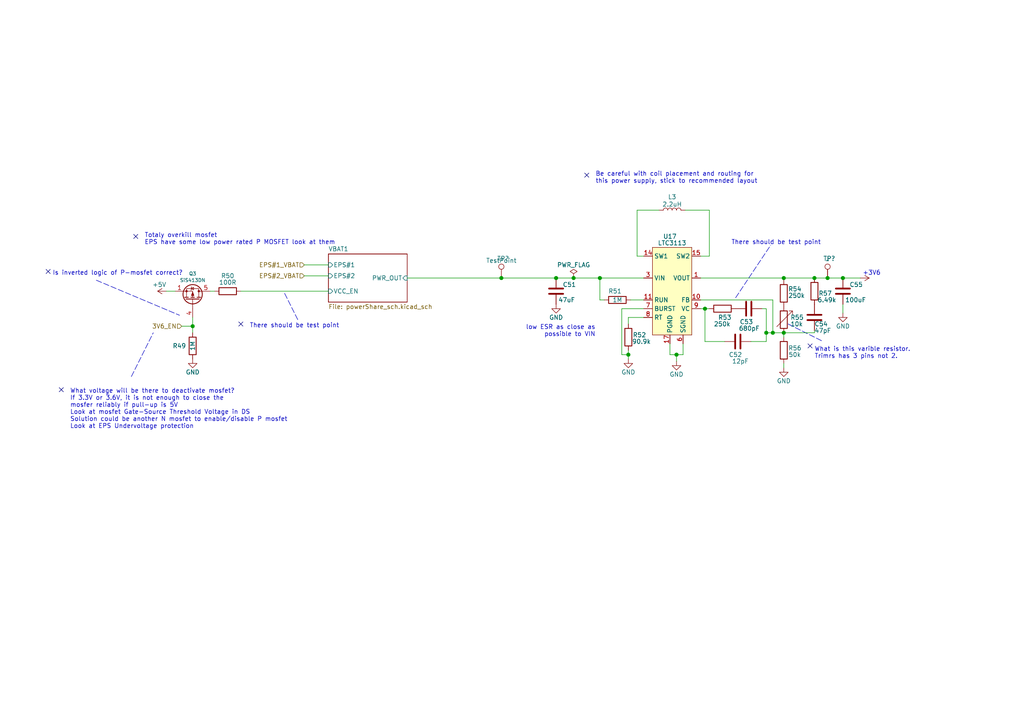
<source format=kicad_sch>
(kicad_sch (version 20211123) (generator eeschema)
  (paper "A4")
  (lib_symbols
    (symbol "Connector:TestPoint" (pin_numbers hide) (pin_names (offset 0.762) hide)
      (property "Reference" "TP" (at 0 6.858 0))
      (property "Value" "TestPoint" (at 0 5.08 0))
      (symbol "TestPoint_0_1"
        (circle (center 0 3.302) (radius 0.762))
      )
      (symbol "TestPoint_1_1"
        (pin passive line (at 0 0 90) (length 2.54) (name "1") (number "1"))
      )
    )
    (symbol "Device:C" (pin_numbers hide) (pin_names (offset 0.254))
      (property "Reference" "C" (at 0.635 2.54 0))
      (property "Value" "C" (at 0.635 -2.54 0))
      (symbol "C_0_1"
        (polyline (pts (xy -2.032 -0.762) (xy 2.032 -0.762)) (stroke (width 0.508)))
        (polyline (pts (xy -2.032 0.762) (xy 2.032 0.762)) (stroke (width 0.508)))
      )
      (symbol "C_1_1"
        (pin passive line (at 0 3.81 270) (length 2.794) (name "~") (number "1"))
        (pin passive line (at 0 -3.81 90) (length 2.794) (name "~") (number "2"))
      )
    )
    (symbol "Device:L" (pin_numbers hide) (pin_names (offset 1.016) hide)
      (property "Reference" "L" (at -1.27 0 90))
      (property "Value" "L" (at 1.905 0 90))
      (symbol "L_0_1"
        (arc (start 0 -2.54) (mid 0.635 -1.905) (end 0 -1.27))
        (arc (start 0 -1.27) (mid 0.635 -0.635) (end 0 0))
        (arc (start 0 0) (mid 0.635 0.635) (end 0 1.27))
        (arc (start 0 1.27) (mid 0.635 1.905) (end 0 2.54))
      )
      (symbol "L_1_1"
        (pin passive line (at 0 3.81 270) (length 1.27) (name "1") (number "1"))
        (pin passive line (at 0 -3.81 90) (length 1.27) (name "2") (number "2"))
      )
    )
    (symbol "Device:R" (pin_numbers hide) (pin_names (offset 0))
      (property "Reference" "R" (at 2.032 0 90))
      (property "Value" "R" (at 0 0 90))
      (symbol "R_0_1"
        (rectangle (start -1.016 -2.54) (end 1.016 2.54) (stroke (width 0.254)))
      )
      (symbol "R_1_1"
        (pin passive line (at 0 3.81 270) (length 1.27) (name "~") (number "1"))
        (pin passive line (at 0 -3.81 90) (length 1.27) (name "~") (number "2"))
      )
    )
    (symbol "Device:R_Variable" (pin_numbers hide) (pin_names (offset 0))
      (property "Reference" "R" (at 2.54 -2.54 90))
      (property "Value" "R_Variable" (at -2.54 -1.27 90))
      (symbol "R_Variable_0_1"
        (rectangle (start -1.016 -2.54) (end 1.016 2.54) (stroke (width 0.254)))
        (polyline (pts (xy 2.54 1.524) (xy 2.54 2.54) (xy 1.524 2.54) (xy 2.54 2.54) (xy -2.032 -2.032)))
      )
      (symbol "R_Variable_1_1"
        (pin passive line (at 0 3.81 270) (length 1.27) (name "~") (number "1"))
        (pin passive line (at 0 -3.81 90) (length 1.27) (name "~") (number "2"))
      )
    )
    (symbol "Transistor_FET:SiS443DN" (pin_names hide)
      (property "Reference" "Q" (at 5.08 1.905 0))
      (property "Value" "SiS443DN" (at 5.08 0 0))
      (symbol "SiS443DN_0_1"
        (polyline (pts (xy 0.254 0) (xy -2.54 0)))
        (polyline (pts (xy 0.254 1.905) (xy 0.254 -1.905)) (stroke (width 0.254)))
        (polyline (pts (xy 0.762 -1.27) (xy 0.762 -2.286)) (stroke (width 0.254)))
        (polyline (pts (xy 0.762 0.508) (xy 0.762 -0.508)) (stroke (width 0.254)))
        (polyline (pts (xy 0.762 2.286) (xy 0.762 1.27)) (stroke (width 0.254)))
        (polyline (pts (xy 2.54 2.54) (xy 2.54 1.778)))
        (polyline (pts (xy 2.54 -2.54) (xy 2.54 0) (xy 0.762 0)))
        (polyline (pts (xy 0.762 1.778) (xy 3.302 1.778) (xy 3.302 -1.778) (xy 0.762 -1.778)))
        (polyline (pts (xy 2.286 0) (xy 1.27 0.381) (xy 1.27 -0.381) (xy 2.286 0)) (fill (type outline)))
        (polyline (pts (xy 2.794 -0.508) (xy 2.921 -0.381) (xy 3.683 -0.381) (xy 3.81 -0.254)))
        (polyline (pts (xy 3.302 -0.381) (xy 2.921 0.254) (xy 3.683 0.254) (xy 3.302 -0.381)))
        (circle (center 1.651 0) (radius 2.794) (stroke (width 0.254)))
        (circle (center 2.54 -1.778) (radius 0.254) (fill (type outline)))
        (circle (center 2.54 1.778) (radius 0.254) (fill (type outline)))
      )
      (symbol "SiS443DN_1_1"
        (pin passive line (at 2.54 -5.08 90) (length 2.54) (name "S") (number "1"))
        (pin passive line (at 2.54 -5.08 90) (length 2.54) hide (name "S") (number "2"))
        (pin passive line (at 2.54 -5.08 90) (length 2.54) hide (name "S") (number "3"))
        (pin passive line (at -5.08 0 0) (length 2.54) (name "G") (number "4"))
        (pin passive line (at 2.54 5.08 270) (length 2.54) (name "D") (number "5"))
      )
    )
    (symbol "comm:LTC3113"
      (property "Reference" "U" (at 0 17.78 0))
      (property "Value" "LTC3113" (at 0 15.24 0))
      (symbol "LTC3113_0_1"
        (rectangle (start -5.08 11.43) (end 6.35 -13.97) (stroke (width 0.1524)) (fill (type background)))
      )
      (symbol "LTC3113_1_1"
        (pin power_out line (at 8.89 2.54 180) (length 2.54) (name "VOUT") (number "1"))
        (pin input line (at 8.89 -3.81 180) (length 2.54) (name "FB") (number "10"))
        (pin input line (at -7.62 -3.81 0) (length 2.54) (name "RUN") (number "11"))
        (pin input line (at -7.62 8.89 0) (length 2.54) hide (name "SW1") (number "12"))
        (pin input line (at -7.62 8.89 0) (length 2.54) hide (name "SW1") (number "13"))
        (pin input line (at -7.62 8.89 0) (length 2.54) (name "SW1") (number "14"))
        (pin input line (at 8.89 8.89 180) (length 2.54) (name "SW2") (number "15"))
        (pin input line (at 8.89 8.89 180) (length 2.54) hide (name "SW2") (number "16"))
        (pin power_in line (at 0 -16.51 90) (length 2.54) (name "PGND") (number "17"))
        (pin passive line (at 8.89 2.54 180) (length 2.54) hide (name "VOUT") (number "2"))
        (pin power_in line (at -7.62 2.54 0) (length 2.54) (name "VIN") (number "3"))
        (pin power_in line (at -7.62 2.54 0) (length 2.54) hide (name "VIN") (number "4"))
        (pin power_in line (at -7.62 2.54 0) (length 2.54) hide (name "VIN") (number "5"))
        (pin power_in line (at 3.81 -16.51 90) (length 2.54) (name "SGND") (number "6"))
        (pin input line (at -7.62 -6.35 0) (length 2.54) (name "BURST") (number "7"))
        (pin input line (at -7.62 -8.89 0) (length 2.54) (name "RT") (number "8"))
        (pin input line (at 8.89 -6.35 180) (length 2.54) (name "VC") (number "9"))
      )
    )
    (symbol "power:+3V8" (power) (pin_names (offset 0))
      (property "Value" "+3V8" (at 0 3.556 0))
      (symbol "+3V8_0_1"
        (polyline (pts (xy -0.762 1.27) (xy 0 2.54)))
        (polyline (pts (xy 0 0) (xy 0 2.54)))
        (polyline (pts (xy 0 2.54) (xy 0.762 1.27)))
      )
      (symbol "+3V8_1_1"
        (pin power_in line (at 0 0 90) (length 0) hide (name "+3V8") (number "1"))
      )
    )
    (symbol "power:+5V" (power) (pin_names (offset 0))
      (property "Value" "+5V" (at 0 3.556 0))
      (symbol "+5V_0_1"
        (polyline (pts (xy -0.762 1.27) (xy 0 2.54)))
        (polyline (pts (xy 0 0) (xy 0 2.54)))
        (polyline (pts (xy 0 2.54) (xy 0.762 1.27)))
      )
      (symbol "+5V_1_1"
        (pin power_in line (at 0 0 90) (length 0) hide (name "+5V") (number "1"))
      )
    )
    (symbol "power:GND" (power) (pin_names (offset 0))
      (property "Value" "GND" (at 0 -3.81 0))
      (symbol "GND_0_1"
        (polyline (pts (xy 0 0) (xy 0 -1.27) (xy 1.27 -1.27) (xy 0 -2.54) (xy -1.27 -1.27) (xy 0 -1.27)))
      )
      (symbol "GND_1_1"
        (pin power_in line (at 0 0 270) (length 0) hide (name "GND") (number "1"))
      )
    )
    (symbol "power:PWR_FLAG" (power) (pin_numbers hide) (pin_names (offset 0) hide)
      (property "Value" "PWR_FLAG" (at 0 3.81 0))
      (symbol "PWR_FLAG_0_0"
        (pin power_out line (at 0 0 90) (length 0) (name "pwr") (number "1"))
      )
      (symbol "PWR_FLAG_0_1"
        (polyline (pts (xy 0 0) (xy 0 1.27) (xy -1.016 1.905) (xy 0 2.54) (xy 1.016 1.905) (xy 0 1.27)))
      )
    )
  )
  (junction (at 224.155 96.52) (diameter 1.016))
  (junction (at 166.37 80.645) (diameter 1.016))
  (junction (at 173.99 80.645) (diameter 1.016))
  (junction (at 196.215 102.87) (diameter 1.016))
  (junction (at 244.475 80.645) (diameter 1.016))
  (junction (at 204.47 89.535) (diameter 1.016))
  (junction (at 145.415 80.645) (diameter 1.016))
  (junction (at 161.29 80.645) (diameter 1.016))
  (junction (at 240.03 80.645) (diameter 1.016))
  (junction (at 182.245 102.87) (diameter 1.016))
  (junction (at 236.22 80.645) (diameter 1.016))
  (junction (at 222.25 96.52) (diameter 1.016))
  (junction (at 227.33 96.52) (diameter 1.016))
  (junction (at 55.88 94.615) (diameter 1.016))
  (junction (at 227.33 80.645) (diameter 1.016))
  (no_connect (at 13.97 78.74))
  (no_connect (at 170.18 50.8))
  (no_connect (at 234.95 100.33))
  (no_connect (at 69.85 93.98))
  (no_connect (at 17.78 113.03))
  (no_connect (at 39.37 68.58))
  (wire (pts (xy 196.215 102.87) (xy 198.12 102.87)))
  (wire (pts (xy 95.25 76.835) (xy 88.265 76.835)))
  (wire (pts (xy 227.33 96.52) (xy 227.33 97.79)))
  (wire (pts (xy 203.2 89.535) (xy 204.47 89.535)))
  (wire (pts (xy 182.245 102.87) (xy 182.245 104.14)))
  (wire (pts (xy 227.33 96.52) (xy 236.22 96.52)))
  (wire (pts (xy 161.29 80.645) (xy 166.37 80.645)))
  (wire (pts (xy 244.475 80.645) (xy 249.555 80.645)))
  (wire (pts (xy 186.69 89.535) (xy 180.34 89.535)))
  (wire (pts (xy 88.265 80.01) (xy 95.25 80.01)))
  (polyline (pts (xy 213.36 86.36) (xy 223.52 71.12)))
  (wire (pts (xy 198.12 99.695) (xy 198.12 102.87)))
  (wire (pts (xy 182.88 86.995) (xy 186.69 86.995)))
  (wire (pts (xy 222.25 96.52) (xy 224.155 96.52)))
  (polyline (pts (xy 27.94 81.28) (xy 52.07 91.44)))
  (wire (pts (xy 210.185 99.06) (xy 204.47 99.06)))
  (wire (pts (xy 203.2 74.295) (xy 205.74 74.295)))
  (wire (pts (xy 50.8 84.455) (xy 48.26 84.455)))
  (wire (pts (xy 55.88 94.615) (xy 52.705 94.615)))
  (wire (pts (xy 224.155 96.52) (xy 227.33 96.52)))
  (wire (pts (xy 205.74 60.96) (xy 198.755 60.96)))
  (wire (pts (xy 204.47 89.535) (xy 205.74 89.535)))
  (polyline (pts (xy 82.55 85.09) (xy 86.36 92.71)))
  (wire (pts (xy 204.47 89.535) (xy 204.47 99.06)))
  (wire (pts (xy 62.23 84.455) (xy 60.96 84.455)))
  (wire (pts (xy 227.33 80.645) (xy 236.22 80.645)))
  (wire (pts (xy 182.245 93.98) (xy 182.245 92.075)))
  (wire (pts (xy 182.245 101.6) (xy 182.245 102.87)))
  (wire (pts (xy 227.33 80.645) (xy 227.33 81.28)))
  (wire (pts (xy 180.34 89.535) (xy 180.34 102.87)))
  (wire (pts (xy 205.74 60.96) (xy 205.74 74.295)))
  (wire (pts (xy 173.99 80.645) (xy 186.69 80.645)))
  (wire (pts (xy 236.22 96.52) (xy 236.22 95.885)))
  (wire (pts (xy 194.31 102.87) (xy 196.215 102.87)))
  (wire (pts (xy 175.26 86.995) (xy 173.99 86.995)))
  (wire (pts (xy 184.785 60.96) (xy 184.785 74.295)))
  (wire (pts (xy 182.245 92.075) (xy 186.69 92.075)))
  (wire (pts (xy 118.11 80.645) (xy 145.415 80.645)))
  (wire (pts (xy 145.415 80.645) (xy 161.29 80.645)))
  (wire (pts (xy 69.85 84.455) (xy 95.25 84.455)))
  (wire (pts (xy 203.2 86.995) (xy 224.155 86.995)))
  (wire (pts (xy 180.34 102.87) (xy 182.245 102.87)))
  (wire (pts (xy 227.33 105.41) (xy 227.33 106.68)))
  (wire (pts (xy 55.88 94.615) (xy 55.88 96.52)))
  (polyline (pts (xy 38.1 109.22) (xy 44.45 96.52)))
  (wire (pts (xy 194.31 99.695) (xy 194.31 102.87)))
  (wire (pts (xy 222.25 89.535) (xy 222.25 96.52)))
  (wire (pts (xy 224.155 86.995) (xy 224.155 96.52)))
  (wire (pts (xy 166.37 80.645) (xy 173.99 80.645)))
  (wire (pts (xy 186.69 74.295) (xy 184.785 74.295)))
  (wire (pts (xy 244.475 88.265) (xy 244.475 90.805)))
  (wire (pts (xy 203.2 80.645) (xy 227.33 80.645)))
  (wire (pts (xy 222.25 96.52) (xy 222.25 99.06)))
  (wire (pts (xy 236.22 80.645) (xy 240.03 80.645)))
  (wire (pts (xy 240.03 80.645) (xy 244.475 80.645)))
  (wire (pts (xy 55.88 92.075) (xy 55.88 94.615)))
  (wire (pts (xy 196.215 102.87) (xy 196.215 104.775)))
  (wire (pts (xy 184.785 60.96) (xy 191.135 60.96)))
  (polyline (pts (xy 228.6 93.98) (xy 238.76 99.06)))
  (wire (pts (xy 220.98 89.535) (xy 222.25 89.535)))
  (wire (pts (xy 217.805 99.06) (xy 222.25 99.06)))
  (wire (pts (xy 173.99 80.645) (xy 173.99 86.995)))
  (text "Be careful with coil placement and routing for\nthis power supply, stick to recommended layout" (at 172.72 53.34 0) (effects (font (size 1.27 1.27)) (justify left bottom)))
  (text "+3V6" (at 250.19 80.01 0) (effects (font (size 1.27 1.27)) (justify left bottom)))
  (text "There should be test point" (at 212.09 71.12 0) (effects (font (size 1.27 1.27)) (justify left bottom)))
  (text "Totaly overkill mosfet\nEPS have some low power rated P MOSFET look at them" (at 41.91 71.12 0) (effects (font (size 1.27 1.27)) (justify left bottom)))
  (text "There should be test point" (at 72.39 95.25 0) (effects (font (size 1.27 1.27)) (justify left bottom)))
  (text "What voltage will be there to deactivate mosfet?\nIf 3.3V or 3.6V, it is not enough to close the\nmosfer reliably if pull-up is 5V\nLook at mosfet Gate-Source Threshold Voltage in DS\nSolution could be another N mosfet to enable/disable P mosfet\nLook at EPS Undervoltage protection" (at 20.32 124.46 0) (effects (font (size 1.27 1.27)) (justify left bottom)))
  (text "What is this varible resistor.\nTrimrs has 3 pins not 2." (at 236.22 104.14 0) (effects (font (size 1.27 1.27)) (justify left bottom)))
  (text "Is inverted logic of P-mosfet correct?" (at 15.24 80.01 0) (effects (font (size 1.27 1.27)) (justify left bottom)))
  (text "low ESR as close as\npossible to VIN\n" (at 172.72 97.79 180) (effects (font (size 1.27 1.27)) (justify right bottom)))
  (hierarchical_label "3V6_EN" (shape input) (at 52.705 94.615 180))
  (hierarchical_label "EPS#1_VBAT" (shape input) (at 88.265 76.835 180))
  (hierarchical_label "EPS#2_VBAT" (shape input) (at 88.265 80.01 180))
  (symbol (lib_id "Device:C") (at 161.29 84.455 0) (unit 1)
    (property "Reference" "C51" (at 163.195 82.5499 0) (effects (justify left)))
    (property "Value" "47uF" (at 161.925 86.995 0) (effects (justify left)))
    (property "Footprint" "Capacitor_SMD:C_0603_1608Metric" (effects hide))
  )
  (symbol (lib_id "power:GND") (at 227.33 106.68 0) (unit 1)
    (property "Reference" "#PWR0166" (effects hide))
    (property "Value" "GND" (at 227.33 110.49 0))
  )
  (symbol (lib_id "Device:R") (at 227.33 101.6 0) (unit 1)
    (property "Reference" "R56" (at 228.6 100.9649 0) (effects (justify left)))
    (property "Value" "50k" (at 230.505 102.87 0))
    (property "Footprint" "Inductor_SMD:L_0603_1608Metric" (effects hide))
  )
  (symbol (lib_id "Device:R") (at 236.22 84.455 180) (unit 1)
    (property "Reference" "R57" (at 241.2999 85.09 0) (effects (justify left)))
    (property "Value" "6.49k" (at 242.5699 86.995 0) (effects (justify left)))
    (property "Footprint" "Inductor_SMD:L_0603_1608Metric" (effects hide))
  )
  (symbol (lib_id "Device:R") (at 227.33 85.09 0) (unit 1)
    (property "Reference" "R54" (at 228.6 83.8199 0) (effects (justify left)))
    (property "Value" "250k" (at 228.6 85.7249 0) (effects (justify left)))
    (property "Footprint" "Inductor_SMD:L_0603_1608Metric" (effects hide))
  )
  (symbol (lib_id "Connector:TestPoint") (at 145.415 80.645 0) (unit 1)
    (property "Reference" "TP?" (at 144.145 74.9934 0) (effects (justify left)))
    (property "Value" "TestPoint" (at 145.415 75.565 0))
  )
  (symbol (lib_id "power:PWR_FLAG") (at 166.37 80.645 0) (unit 1)
    (property "Reference" "#FLG0106" (effects hide))
    (property "Value" "PWR_FLAG" (at 166.37 76.835 0))
  )
  (symbol (lib_id "Device:R_Variable") (at 227.33 92.71 0) (unit 1)
    (property "Reference" "R55" (at 229.235 92.0749 0) (effects (justify left)))
    (property "Value" "10k" (at 229.235 93.98 0) (effects (justify left)))
  )
  (symbol (lib_id "Device:R") (at 209.55 89.535 270) (unit 1)
    (property "Reference" "R53" (at 208.28 92.0751 90) (effects (justify left)))
    (property "Value" "250k" (at 207.01 93.9801 90) (effects (justify left)))
    (property "Footprint" "Inductor_SMD:L_0603_1608Metric" (effects hide))
  )
  (symbol (lib_id "Device:L") (at 194.945 60.96 90) (unit 1)
    (property "Reference" "L3" (at 194.945 57.1204 90))
    (property "Value" "2.2uH" (at 194.945 59.2605 90))
    (property "Footprint" "Inductor_SMD:L_0603_1608Metric" (effects hide))
  )
  (symbol (lib_id "power:+5V") (at 48.26 84.455 90) (mirror x) (unit 1)
    (property "Reference" "#PWR0163" (effects hide))
    (property "Value" "+5V" (at 48.26 82.5499 90) (effects (justify left)))
  )
  (symbol (lib_id "power:GND") (at 161.29 88.265 0) (unit 1)
    (property "Reference" "#PWR0165" (effects hide))
    (property "Value" "GND" (at 161.29 92.075 0))
  )
  (symbol (lib_id "power:GND") (at 244.475 90.805 0) (unit 1)
    (property "Reference" "#PWR0173" (effects hide))
    (property "Value" "GND" (at 244.475 94.615 0))
  )
  (symbol (lib_id "Device:C") (at 217.17 89.535 90) (unit 1)
    (property "Reference" "C53" (at 218.4399 93.345 90) (effects (justify left)))
    (property "Value" "680pF" (at 220.345 95.25 90) (effects (justify left)))
    (property "Footprint" "Capacitor_SMD:C_0603_1608Metric" (effects hide))
  )
  (symbol (lib_id "Device:R") (at 66.04 84.455 270) (mirror x) (unit 1)
    (property "Reference" "R50" (at 66.04 80.01 90))
    (property "Value" "100R" (at 66.04 81.915 90))
    (property "Footprint" "Inductor_SMD:L_0603_1608Metric" (effects hide))
  )
  (symbol (lib_id "Device:C") (at 244.475 84.455 0) (unit 1)
    (property "Reference" "C55" (at 246.38 82.5499 0) (effects (justify left)))
    (property "Value" "100uF" (at 245.11 86.995 0) (effects (justify left)))
    (property "Footprint" "Capacitor_SMD:C_0603_1608Metric" (effects hide))
  )
  (symbol (lib_id "power:+3V8") (at 249.555 80.645 270) (unit 1)
    (property "Reference" "#PWR0192" (effects hide))
    (property "Value" "+3V8" (effects hide))
  )
  (symbol (lib_id "Device:C") (at 236.22 92.075 0) (unit 1)
    (property "Reference" "C54" (at 236.22 93.9799 0) (effects (justify left)))
    (property "Value" "47pF" (at 236.22 95.885 0) (effects (justify left)))
    (property "Footprint" "Capacitor_SMD:C_0603_1608Metric" (effects hide))
  )
  (symbol (lib_id "power:GND") (at 182.245 104.14 0) (unit 1)
    (property "Reference" "#PWR0162" (effects hide))
    (property "Value" "GND" (at 182.245 107.95 0))
  )
  (symbol (lib_id "Connector:TestPoint") (at 240.03 80.645 0) (unit 1)
    (property "Reference" "TP?" (at 238.76 74.9934 0) (effects (justify left)))
    (property "Value" "~" (at 240.03 75.565 0))
  )
  (symbol (lib_id "comm:LTC3113") (at 194.31 83.185 0) (unit 1)
    (property "Reference" "U17" (at 194.31 68.58 0))
    (property "Value" "LTC3113" (at 194.945 70.485 0))
    (property "Footprint" "Package_DFN_QFN:DFN-16-1EP_4x5mm_P0.5mm_EP2.44x4.34mm" (effects hide))
  )
  (symbol (lib_id "Transistor_FET:SiS443DN") (at 55.88 86.995 270) (mirror x) (unit 1)
    (property "Reference" "Q3" (at 55.88 79.375 90) (effects (font (size 1 1))))
    (property "Value" "SiS413DN" (at 55.88 81.28 90) (effects (font (size 1 1))))
    (property "Footprint" "Package_SO:Vishay_PowerPAK_1212-8_Single" (effects hide))
    (property "Datasheet" "https://www.vishay.com/docs/63253/sis443dn.pdf" (effects hide))
  )
  (symbol (lib_id "power:GND") (at 196.215 104.775 0) (unit 1)
    (property "Reference" "#PWR0161" (effects hide))
    (property "Value" "GND" (at 196.215 108.585 0))
  )
  (symbol (lib_id "Device:R") (at 55.88 100.33 0) (mirror y) (unit 1)
    (property "Reference" "R49" (at 53.975 100.3299 0) (effects (justify left)))
    (property "Value" "1M" (at 55.88 100.33 90))
    (property "Footprint" "Inductor_SMD:L_0603_1608Metric" (effects hide))
  )
  (symbol (lib_id "power:GND") (at 55.88 104.14 0) (unit 1)
    (property "Reference" "#PWR0164" (effects hide))
    (property "Value" "GND" (at 55.88 107.95 0))
  )
  (symbol (lib_id "Device:R") (at 179.07 86.995 90) (unit 1)
    (property "Reference" "R51" (at 180.3399 84.455 90) (effects (justify left)))
    (property "Value" "1M" (at 179.07 86.995 90))
    (property "Footprint" "Inductor_SMD:L_0603_1608Metric" (effects hide))
  )
  (symbol (lib_id "Device:C") (at 213.995 99.06 90) (unit 1)
    (property "Reference" "C52" (at 215.2649 102.87 90) (effects (justify left)))
    (property "Value" "12pF" (at 217.17 104.775 90) (effects (justify left)))
    (property "Footprint" "Capacitor_SMD:C_0603_1608Metric" (effects hide))
  )
  (symbol (lib_id "Device:R") (at 182.245 97.79 0) (unit 1)
    (property "Reference" "R52" (at 183.515 97.1549 0) (effects (justify left)))
    (property "Value" "90.9k" (at 186.055 99.06 0))
    (property "Footprint" "Inductor_SMD:L_0603_1608Metric" (effects hide))
  )
  (sheet (at 95.25 73.66) (size 22.86 13.97) (stroke (width 0.1524))
    (property "Sheet name" "VBAT1" (at 95.25 72.9484 0) (effects (justify left bottom)))
    (property "Sheet file" "powerShare_sch.kicad_sch" (at 95.25 88.2146 0) (effects (justify left top)))
    (pin "PWR_OUT" input (at 118.11 80.645 0))
    (pin "EPS#1" input (at 95.25 76.835 180))
    (pin "EPS#2" input (at 95.25 80.01 180))
    (pin "VCC_EN" input (at 95.25 84.455 180))
  )
)
</source>
